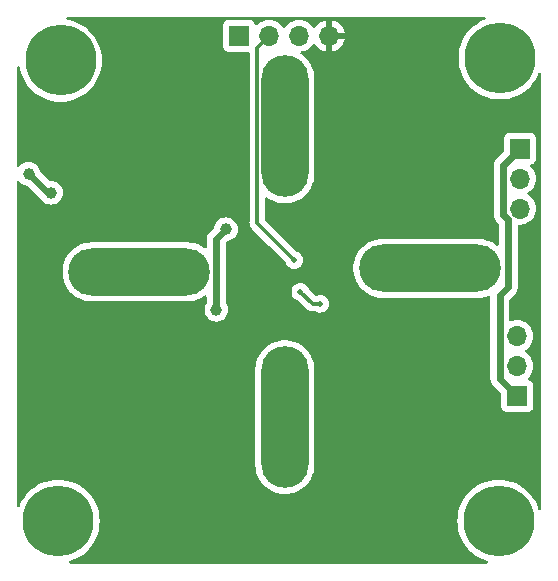
<source format=gbr>
%TF.GenerationSoftware,KiCad,Pcbnew,7.0.5*%
%TF.CreationDate,2024-01-14T19:57:34+08:00*%
%TF.ProjectId,encoder,656e636f-6465-4722-9e6b-696361645f70,rev?*%
%TF.SameCoordinates,Original*%
%TF.FileFunction,Copper,L2,Bot*%
%TF.FilePolarity,Positive*%
%FSLAX46Y46*%
G04 Gerber Fmt 4.6, Leading zero omitted, Abs format (unit mm)*
G04 Created by KiCad (PCBNEW 7.0.5) date 2024-01-14 19:57:34*
%MOMM*%
%LPD*%
G01*
G04 APERTURE LIST*
%TA.AperFunction,ComponentPad*%
%ADD10R,1.700000X1.700000*%
%TD*%
%TA.AperFunction,ComponentPad*%
%ADD11O,1.700000X1.700000*%
%TD*%
%TA.AperFunction,ComponentPad*%
%ADD12O,4.000000X12.000000*%
%TD*%
%TA.AperFunction,ComponentPad*%
%ADD13O,12.000000X4.000000*%
%TD*%
%TA.AperFunction,ComponentPad*%
%ADD14C,3.400000*%
%TD*%
%TA.AperFunction,ConnectorPad*%
%ADD15C,6.000000*%
%TD*%
%TA.AperFunction,ViaPad*%
%ADD16C,0.500000*%
%TD*%
%TA.AperFunction,ViaPad*%
%ADD17C,1.000000*%
%TD*%
%TA.AperFunction,Conductor*%
%ADD18C,0.600000*%
%TD*%
%TA.AperFunction,Conductor*%
%ADD19C,0.300000*%
%TD*%
G04 APERTURE END LIST*
D10*
%TO.P,J2,1,Pin_1*%
%TO.N,/C*%
X160700000Y-63260000D03*
D11*
%TO.P,J2,2,Pin_2*%
%TO.N,/B*%
X160700000Y-65800000D03*
%TO.P,J2,3,Pin_3*%
%TO.N,/A*%
X160700000Y-68340000D03*
%TD*%
D12*
%TO.P,H2,1*%
%TO.N,N/C*%
X140800000Y-86000000D03*
%TD*%
D13*
%TO.P,H4,1*%
%TO.N,N/C*%
X153100000Y-73400000D03*
%TD*%
D14*
%TO.P,H8,1*%
%TO.N,N/C*%
X159000000Y-55600000D03*
D15*
X159000000Y-55600000D03*
%TD*%
D12*
%TO.P,H3,1*%
%TO.N,N/C*%
X140800000Y-61375000D03*
%TD*%
D13*
%TO.P,H1,1*%
%TO.N,N/C*%
X128475000Y-73700000D03*
%TD*%
D14*
%TO.P,H5,1*%
%TO.N,N/C*%
X121800000Y-55800000D03*
D15*
X121800000Y-55800000D03*
%TD*%
D14*
%TO.P,H7,1*%
%TO.N,N/C*%
X158900000Y-94800000D03*
D15*
X158900000Y-94800000D03*
%TD*%
D10*
%TO.P,J1,1,Pin_1*%
%TO.N,/C*%
X160475000Y-84225000D03*
D11*
%TO.P,J1,2,Pin_2*%
%TO.N,/B*%
X160475000Y-81685000D03*
%TO.P,J1,3,Pin_3*%
%TO.N,/A*%
X160475000Y-79145000D03*
%TD*%
D14*
%TO.P,H6,1*%
%TO.N,N/C*%
X121600000Y-94800000D03*
D15*
X121600000Y-94800000D03*
%TD*%
D10*
%TO.P,J3,1,Pin_1*%
%TO.N,VDD*%
X136920000Y-53700000D03*
D11*
%TO.P,J3,2,Pin_2*%
%TO.N,/SDA*%
X139460000Y-53700000D03*
%TO.P,J3,3,Pin_3*%
%TO.N,/SCL*%
X142000000Y-53700000D03*
%TO.P,J3,4,Pin_4*%
%TO.N,GND*%
X144540000Y-53700000D03*
%TD*%
D16*
%TO.N,VDD*%
X143800000Y-76400000D03*
D17*
X135000000Y-76900000D03*
D16*
X142111689Y-75375747D03*
D17*
X135800000Y-70100000D03*
%TO.N,GND*%
X143699312Y-92599312D03*
X139800000Y-78600000D03*
X136700000Y-76800000D03*
X142200000Y-70200000D03*
%TO.N,/W*%
X121000000Y-67000000D03*
X119088390Y-65391655D03*
D16*
%TO.N,/SDA*%
X141600000Y-72700000D03*
%TD*%
D18*
%TO.N,VDD*%
X135000000Y-76900000D02*
X134975000Y-76875000D01*
D19*
X143800000Y-76400000D02*
X143135942Y-76400000D01*
X143135942Y-76400000D02*
X142111689Y-75375747D01*
D18*
X134975000Y-76875000D02*
X134975000Y-70925000D01*
X134975000Y-70925000D02*
X135800000Y-70100000D01*
%TO.N,/W*%
X120696735Y-67000000D02*
X119088390Y-65391655D01*
X121000000Y-67000000D02*
X120696735Y-67000000D01*
D19*
%TO.N,/SDA*%
X141600000Y-72700000D02*
X138450000Y-69550000D01*
X138450000Y-54710000D02*
X139460000Y-53700000D01*
X138450000Y-69550000D02*
X138450000Y-54710000D01*
D18*
%TO.N,/C*%
X159000000Y-82750000D02*
X159000000Y-75700000D01*
X159700000Y-75000000D02*
X159700000Y-69249189D01*
X160475000Y-84225000D02*
X159000000Y-82750000D01*
X159300000Y-68849189D02*
X159300000Y-64660000D01*
X159700000Y-69249189D02*
X159300000Y-68849189D01*
X159300000Y-64660000D02*
X160700000Y-63260000D01*
X159000000Y-75700000D02*
X159700000Y-75000000D01*
%TD*%
%TA.AperFunction,Conductor*%
%TO.N,GND*%
G36*
X139462285Y-52116719D02*
G01*
X139488518Y-52102931D01*
X139512950Y-52100500D01*
X141947050Y-52100500D01*
X142002285Y-52116719D01*
X142028518Y-52102931D01*
X142052950Y-52100500D01*
X157679570Y-52100500D01*
X157746609Y-52120185D01*
X157792364Y-52172989D01*
X157802308Y-52242147D01*
X157773283Y-52305703D01*
X157724008Y-52340264D01*
X157574260Y-52397746D01*
X157247343Y-52564320D01*
X156939635Y-52764147D01*
X156654498Y-52995047D01*
X156654490Y-52995054D01*
X156395054Y-53254490D01*
X156395047Y-53254498D01*
X156164147Y-53539635D01*
X155964320Y-53847343D01*
X155797746Y-54174260D01*
X155666260Y-54516793D01*
X155571294Y-54871209D01*
X155571294Y-54871211D01*
X155513898Y-55233594D01*
X155494696Y-55599999D01*
X155494696Y-55600000D01*
X155513898Y-55966405D01*
X155571104Y-56327590D01*
X155571295Y-56328794D01*
X155624883Y-56528788D01*
X155666260Y-56683206D01*
X155797746Y-57025739D01*
X155964320Y-57352656D01*
X156164147Y-57660364D01*
X156164149Y-57660366D01*
X156395051Y-57945506D01*
X156654494Y-58204949D01*
X156654498Y-58204952D01*
X156939635Y-58435852D01*
X157247343Y-58635679D01*
X157247348Y-58635682D01*
X157574264Y-58802255D01*
X157916801Y-58933742D01*
X158271206Y-59028705D01*
X158633596Y-59086102D01*
X158979734Y-59104241D01*
X158999999Y-59105304D01*
X159000000Y-59105304D01*
X159000001Y-59105304D01*
X159019202Y-59104297D01*
X159366404Y-59086102D01*
X159728794Y-59028705D01*
X160083199Y-58933742D01*
X160425736Y-58802255D01*
X160752652Y-58635682D01*
X161060366Y-58435851D01*
X161345506Y-58204949D01*
X161604949Y-57945506D01*
X161835851Y-57660366D01*
X162035682Y-57352652D01*
X162202255Y-57025736D01*
X162259736Y-56875991D01*
X162302138Y-56820459D01*
X162367832Y-56796666D01*
X162435960Y-56812167D01*
X162484893Y-56862041D01*
X162499500Y-56920429D01*
X162499500Y-93766750D01*
X162479815Y-93833789D01*
X162427011Y-93879544D01*
X162357853Y-93889488D01*
X162294297Y-93860463D01*
X162256523Y-93801685D01*
X162255725Y-93798844D01*
X162233742Y-93716801D01*
X162102255Y-93374264D01*
X161935682Y-93047348D01*
X161735851Y-92739634D01*
X161504949Y-92454494D01*
X161245506Y-92195051D01*
X160960366Y-91964149D01*
X160960364Y-91964147D01*
X160652656Y-91764320D01*
X160325739Y-91597746D01*
X159983206Y-91466260D01*
X159983199Y-91466258D01*
X159628794Y-91371295D01*
X159628790Y-91371294D01*
X159628789Y-91371294D01*
X159266405Y-91313898D01*
X158900001Y-91294696D01*
X158899999Y-91294696D01*
X158533594Y-91313898D01*
X158171211Y-91371294D01*
X158171209Y-91371294D01*
X157816793Y-91466260D01*
X157474260Y-91597746D01*
X157147343Y-91764320D01*
X156839635Y-91964147D01*
X156554498Y-92195047D01*
X156554490Y-92195054D01*
X156295054Y-92454490D01*
X156295047Y-92454498D01*
X156064147Y-92739635D01*
X155864320Y-93047343D01*
X155697746Y-93374260D01*
X155566260Y-93716793D01*
X155471294Y-94071209D01*
X155471294Y-94071211D01*
X155413898Y-94433594D01*
X155394696Y-94799999D01*
X155394696Y-94800000D01*
X155413898Y-95166405D01*
X155471294Y-95528788D01*
X155471294Y-95528790D01*
X155566260Y-95883206D01*
X155697746Y-96225739D01*
X155864320Y-96552656D01*
X156064147Y-96860364D01*
X156268736Y-97113010D01*
X156295051Y-97145506D01*
X156554494Y-97404949D01*
X156702233Y-97524586D01*
X156839635Y-97635852D01*
X157147343Y-97835679D01*
X157147348Y-97835682D01*
X157474264Y-98002255D01*
X157816801Y-98133742D01*
X157898847Y-98155726D01*
X157958505Y-98192090D01*
X157989034Y-98254937D01*
X157980739Y-98324313D01*
X157936254Y-98378191D01*
X157869702Y-98399465D01*
X157866751Y-98399500D01*
X122633249Y-98399500D01*
X122566210Y-98379815D01*
X122520455Y-98327011D01*
X122510511Y-98257853D01*
X122539536Y-98194297D01*
X122598314Y-98156523D01*
X122601098Y-98155740D01*
X122683199Y-98133742D01*
X123025736Y-98002255D01*
X123352652Y-97835682D01*
X123660366Y-97635851D01*
X123945506Y-97404949D01*
X124204949Y-97145506D01*
X124435851Y-96860366D01*
X124635682Y-96552652D01*
X124802255Y-96225736D01*
X124933742Y-95883199D01*
X125028705Y-95528794D01*
X125086102Y-95166404D01*
X125105304Y-94800000D01*
X125086102Y-94433596D01*
X125028705Y-94071206D01*
X124933742Y-93716801D01*
X124802255Y-93374264D01*
X124635682Y-93047348D01*
X124435851Y-92739634D01*
X124204949Y-92454494D01*
X123945506Y-92195051D01*
X123660366Y-91964149D01*
X123660364Y-91964147D01*
X123352656Y-91764320D01*
X123025739Y-91597746D01*
X122683206Y-91466260D01*
X122683199Y-91466258D01*
X122328794Y-91371295D01*
X122328790Y-91371294D01*
X122328789Y-91371294D01*
X121966405Y-91313898D01*
X121600001Y-91294696D01*
X121599999Y-91294696D01*
X121233594Y-91313898D01*
X120871211Y-91371294D01*
X120871209Y-91371294D01*
X120516793Y-91466260D01*
X120174260Y-91597746D01*
X119847343Y-91764320D01*
X119539635Y-91964147D01*
X119254498Y-92195047D01*
X119254490Y-92195054D01*
X118995054Y-92454490D01*
X118995047Y-92454498D01*
X118764147Y-92739635D01*
X118564320Y-93047343D01*
X118397746Y-93374260D01*
X118340264Y-93524008D01*
X118297862Y-93579540D01*
X118232168Y-93603333D01*
X118164040Y-93587831D01*
X118115107Y-93537958D01*
X118100500Y-93479570D01*
X118100500Y-90078594D01*
X138299500Y-90078594D01*
X138314310Y-90314004D01*
X138314311Y-90314011D01*
X138373270Y-90623083D01*
X138470497Y-90922316D01*
X138470499Y-90922321D01*
X138604461Y-91207003D01*
X138604464Y-91207009D01*
X138773051Y-91472661D01*
X138773054Y-91472665D01*
X138973606Y-91715090D01*
X138973608Y-91715092D01*
X139202968Y-91930476D01*
X139202978Y-91930484D01*
X139457504Y-92115408D01*
X139457509Y-92115410D01*
X139457516Y-92115416D01*
X139733234Y-92266994D01*
X139733239Y-92266996D01*
X139733241Y-92266997D01*
X139733242Y-92266998D01*
X140025771Y-92382818D01*
X140025774Y-92382819D01*
X140304915Y-92454490D01*
X140330527Y-92461066D01*
X140396010Y-92469338D01*
X140642670Y-92500499D01*
X140642679Y-92500499D01*
X140642682Y-92500500D01*
X140642684Y-92500500D01*
X140957316Y-92500500D01*
X140957318Y-92500500D01*
X140957321Y-92500499D01*
X140957329Y-92500499D01*
X141143593Y-92476968D01*
X141269473Y-92461066D01*
X141574225Y-92382819D01*
X141574228Y-92382818D01*
X141866757Y-92266998D01*
X141866758Y-92266997D01*
X141866756Y-92266997D01*
X141866766Y-92266994D01*
X142142484Y-92115416D01*
X142397030Y-91930478D01*
X142626390Y-91715094D01*
X142826947Y-91472663D01*
X142995537Y-91207007D01*
X143129503Y-90922315D01*
X143226731Y-90623079D01*
X143285688Y-90314015D01*
X143285689Y-90314004D01*
X143300500Y-90078594D01*
X143300500Y-81921405D01*
X143285689Y-81685995D01*
X143285688Y-81685988D01*
X143285688Y-81685985D01*
X143226731Y-81376921D01*
X143129503Y-81077685D01*
X142995537Y-80792993D01*
X142826947Y-80527337D01*
X142813403Y-80510965D01*
X142626393Y-80284909D01*
X142626391Y-80284907D01*
X142397031Y-80069523D01*
X142397021Y-80069515D01*
X142142495Y-79884591D01*
X142142488Y-79884586D01*
X142142484Y-79884584D01*
X141866766Y-79733006D01*
X141866763Y-79733004D01*
X141866758Y-79733002D01*
X141866757Y-79733001D01*
X141574228Y-79617181D01*
X141574225Y-79617180D01*
X141269476Y-79538934D01*
X141269463Y-79538932D01*
X140957329Y-79499500D01*
X140957318Y-79499500D01*
X140642682Y-79499500D01*
X140642670Y-79499500D01*
X140330536Y-79538932D01*
X140330523Y-79538934D01*
X140025774Y-79617180D01*
X140025771Y-79617181D01*
X139733242Y-79733001D01*
X139733241Y-79733002D01*
X139457516Y-79884584D01*
X139457504Y-79884591D01*
X139202978Y-80069515D01*
X139202968Y-80069523D01*
X138973608Y-80284907D01*
X138973606Y-80284909D01*
X138773054Y-80527334D01*
X138773051Y-80527338D01*
X138604464Y-80792990D01*
X138604461Y-80792996D01*
X138470499Y-81077678D01*
X138470497Y-81077683D01*
X138373270Y-81376916D01*
X138314311Y-81685988D01*
X138314310Y-81685995D01*
X138299500Y-81921405D01*
X138299500Y-90078594D01*
X118100500Y-90078594D01*
X118100500Y-73857329D01*
X121974500Y-73857329D01*
X122013932Y-74169463D01*
X122013934Y-74169476D01*
X122092180Y-74474225D01*
X122092181Y-74474228D01*
X122208001Y-74766757D01*
X122208002Y-74766758D01*
X122208004Y-74766763D01*
X122208006Y-74766766D01*
X122359584Y-75042484D01*
X122359586Y-75042488D01*
X122359591Y-75042495D01*
X122544515Y-75297021D01*
X122544522Y-75297030D01*
X122701276Y-75463955D01*
X122759907Y-75526391D01*
X122759909Y-75526393D01*
X123002334Y-75726945D01*
X123002338Y-75726948D01*
X123121867Y-75802803D01*
X123267993Y-75895537D01*
X123339350Y-75929115D01*
X123552678Y-76029500D01*
X123552682Y-76029501D01*
X123552685Y-76029503D01*
X123851921Y-76126731D01*
X124160985Y-76185688D01*
X124160990Y-76185688D01*
X124160995Y-76185689D01*
X124396406Y-76200500D01*
X124396417Y-76200500D01*
X132553594Y-76200500D01*
X132789004Y-76185689D01*
X132789007Y-76185688D01*
X132789015Y-76185688D01*
X133098079Y-76126731D01*
X133397315Y-76029503D01*
X133682007Y-75895537D01*
X133947663Y-75726947D01*
X133971461Y-75707259D01*
X134035659Y-75679694D01*
X134104573Y-75691214D01*
X134156318Y-75738162D01*
X134174500Y-75802803D01*
X134174500Y-76290925D01*
X134159858Y-76349378D01*
X134071188Y-76515267D01*
X134013975Y-76703870D01*
X133994659Y-76900000D01*
X134013975Y-77096129D01*
X134071188Y-77284733D01*
X134164086Y-77458532D01*
X134164090Y-77458539D01*
X134289116Y-77610883D01*
X134441460Y-77735909D01*
X134441467Y-77735913D01*
X134615266Y-77828811D01*
X134615269Y-77828811D01*
X134615273Y-77828814D01*
X134803868Y-77886024D01*
X135000000Y-77905341D01*
X135196132Y-77886024D01*
X135384727Y-77828814D01*
X135420042Y-77809938D01*
X135558532Y-77735913D01*
X135558538Y-77735910D01*
X135710883Y-77610883D01*
X135835910Y-77458538D01*
X135928814Y-77284727D01*
X135986024Y-77096132D01*
X136005341Y-76900000D01*
X135986024Y-76703868D01*
X135928814Y-76515273D01*
X135928811Y-76515267D01*
X135928811Y-76515266D01*
X135835913Y-76341467D01*
X135835909Y-76341460D01*
X135803647Y-76302149D01*
X135776334Y-76237839D01*
X135775500Y-76223484D01*
X135775500Y-75375749D01*
X141356440Y-75375749D01*
X141375374Y-75543803D01*
X141431234Y-75703441D01*
X141431236Y-75703444D01*
X141521207Y-75846631D01*
X141521212Y-75846637D01*
X141640798Y-75966223D01*
X141640804Y-75966228D01*
X141783991Y-76056199D01*
X141783996Y-76056202D01*
X141783999Y-76056203D01*
X141892960Y-76094329D01*
X141939686Y-76123690D01*
X142615506Y-76799510D01*
X142625577Y-76812080D01*
X142625764Y-76811926D01*
X142630737Y-76817937D01*
X142682484Y-76866531D01*
X142683851Y-76867855D01*
X142704907Y-76888911D01*
X142704910Y-76888913D01*
X142710699Y-76893405D01*
X142715139Y-76897197D01*
X142744440Y-76924711D01*
X142750549Y-76930448D01*
X142750551Y-76930449D01*
X142769147Y-76940672D01*
X142785412Y-76951357D01*
X142802174Y-76964360D01*
X142802177Y-76964361D01*
X142802178Y-76964362D01*
X142846765Y-76983656D01*
X142852001Y-76986221D01*
X142894574Y-77009627D01*
X142910282Y-77013659D01*
X142915128Y-77014904D01*
X142933540Y-77021207D01*
X142953015Y-77029635D01*
X142991975Y-77035805D01*
X143000988Y-77037233D01*
X143006698Y-77038415D01*
X143053765Y-77050500D01*
X143074992Y-77050500D01*
X143094389Y-77052026D01*
X143115346Y-77055346D01*
X143163703Y-77050774D01*
X143169540Y-77050500D01*
X143388912Y-77050500D01*
X143454883Y-77069506D01*
X143472310Y-77080456D01*
X143631941Y-77136313D01*
X143673955Y-77141047D01*
X143799997Y-77155249D01*
X143800000Y-77155249D01*
X143800003Y-77155249D01*
X143968056Y-77136314D01*
X143968059Y-77136313D01*
X144127690Y-77080456D01*
X144127692Y-77080454D01*
X144127694Y-77080454D01*
X144127697Y-77080452D01*
X144270884Y-76990481D01*
X144270885Y-76990480D01*
X144270890Y-76990477D01*
X144390477Y-76870890D01*
X144429245Y-76809192D01*
X144480452Y-76727697D01*
X144480454Y-76727694D01*
X144480454Y-76727692D01*
X144480456Y-76727690D01*
X144536313Y-76568059D01*
X144536313Y-76568058D01*
X144536314Y-76568056D01*
X144555249Y-76400002D01*
X144555249Y-76399997D01*
X144536314Y-76231943D01*
X144499498Y-76126729D01*
X144480456Y-76072310D01*
X144480455Y-76072309D01*
X144480454Y-76072305D01*
X144480452Y-76072302D01*
X144390481Y-75929115D01*
X144390476Y-75929109D01*
X144270890Y-75809523D01*
X144270884Y-75809518D01*
X144127697Y-75719547D01*
X144127694Y-75719545D01*
X143968056Y-75663685D01*
X143800003Y-75644751D01*
X143799997Y-75644751D01*
X143631942Y-75663686D01*
X143474084Y-75718922D01*
X143404305Y-75722483D01*
X143345449Y-75689561D01*
X142859632Y-75203744D01*
X142830271Y-75157017D01*
X142806889Y-75090195D01*
X142792145Y-75048057D01*
X142792144Y-75048054D01*
X142792141Y-75048049D01*
X142702170Y-74904862D01*
X142702165Y-74904856D01*
X142582579Y-74785270D01*
X142582573Y-74785265D01*
X142439386Y-74695294D01*
X142439383Y-74695292D01*
X142279745Y-74639432D01*
X142111692Y-74620498D01*
X142111686Y-74620498D01*
X141943632Y-74639432D01*
X141783994Y-74695292D01*
X141783991Y-74695294D01*
X141640804Y-74785265D01*
X141640798Y-74785270D01*
X141521212Y-74904856D01*
X141521207Y-74904862D01*
X141431236Y-75048049D01*
X141431234Y-75048052D01*
X141375374Y-75207690D01*
X141356440Y-75375744D01*
X141356440Y-75375749D01*
X135775500Y-75375749D01*
X135775500Y-73557329D01*
X146599500Y-73557329D01*
X146638932Y-73869463D01*
X146638934Y-73869476D01*
X146717180Y-74174225D01*
X146717181Y-74174228D01*
X146833001Y-74466757D01*
X146833002Y-74466758D01*
X146833004Y-74466763D01*
X146833006Y-74466766D01*
X146984584Y-74742484D01*
X146984586Y-74742488D01*
X146984591Y-74742495D01*
X147102558Y-74904862D01*
X147169522Y-74997030D01*
X147367346Y-75207690D01*
X147384907Y-75226391D01*
X147384909Y-75226393D01*
X147627334Y-75426945D01*
X147627338Y-75426948D01*
X147746021Y-75502266D01*
X147892993Y-75595537D01*
X147997578Y-75644751D01*
X148177678Y-75729500D01*
X148177682Y-75729501D01*
X148177685Y-75729503D01*
X148476921Y-75826731D01*
X148785985Y-75885688D01*
X148785990Y-75885688D01*
X148785995Y-75885689D01*
X149021406Y-75900500D01*
X149021417Y-75900500D01*
X157178594Y-75900500D01*
X157414004Y-75885689D01*
X157414007Y-75885688D01*
X157414015Y-75885688D01*
X157723079Y-75826731D01*
X158022315Y-75729503D01*
X158022697Y-75729323D01*
X158022817Y-75729304D01*
X158025943Y-75728067D01*
X158026223Y-75728774D01*
X158091738Y-75718587D01*
X158155623Y-75746881D01*
X158194069Y-75805222D01*
X158199500Y-75841519D01*
X158199500Y-82840191D01*
X158199501Y-82840200D01*
X158208791Y-82880908D01*
X158209955Y-82887763D01*
X158214632Y-82929259D01*
X158228420Y-82968662D01*
X158230345Y-82975345D01*
X158239639Y-83016061D01*
X158257759Y-83053688D01*
X158260421Y-83060114D01*
X158274212Y-83099525D01*
X158296422Y-83134872D01*
X158299787Y-83140959D01*
X158317910Y-83178589D01*
X158343940Y-83211229D01*
X158347966Y-83216904D01*
X158370182Y-83252259D01*
X158370184Y-83252262D01*
X159088181Y-83970259D01*
X159121666Y-84031582D01*
X159124500Y-84057940D01*
X159124500Y-85122870D01*
X159124501Y-85122876D01*
X159130908Y-85182483D01*
X159181202Y-85317328D01*
X159181206Y-85317335D01*
X159267452Y-85432544D01*
X159267455Y-85432547D01*
X159382664Y-85518793D01*
X159382671Y-85518797D01*
X159517517Y-85569091D01*
X159517516Y-85569091D01*
X159524444Y-85569835D01*
X159577127Y-85575500D01*
X161372872Y-85575499D01*
X161432483Y-85569091D01*
X161567331Y-85518796D01*
X161682546Y-85432546D01*
X161768796Y-85317331D01*
X161819091Y-85182483D01*
X161825500Y-85122873D01*
X161825499Y-83327128D01*
X161819091Y-83267517D01*
X161813401Y-83252262D01*
X161768797Y-83132671D01*
X161768793Y-83132664D01*
X161682547Y-83017455D01*
X161682544Y-83017452D01*
X161567335Y-82931206D01*
X161567328Y-82931202D01*
X161435917Y-82882189D01*
X161379983Y-82840318D01*
X161355566Y-82774853D01*
X161370418Y-82706580D01*
X161391563Y-82678332D01*
X161513495Y-82556401D01*
X161649035Y-82362830D01*
X161748903Y-82148663D01*
X161810063Y-81920408D01*
X161830659Y-81685000D01*
X161810063Y-81449592D01*
X161748903Y-81221337D01*
X161649035Y-81007171D01*
X161513495Y-80813599D01*
X161513494Y-80813597D01*
X161346402Y-80646506D01*
X161346396Y-80646501D01*
X161160842Y-80516575D01*
X161117217Y-80461998D01*
X161110023Y-80392500D01*
X161141546Y-80330145D01*
X161160842Y-80313425D01*
X161201571Y-80284906D01*
X161346401Y-80183495D01*
X161513495Y-80016401D01*
X161649035Y-79822830D01*
X161748903Y-79608663D01*
X161810063Y-79380408D01*
X161830659Y-79145000D01*
X161810063Y-78909592D01*
X161748903Y-78681337D01*
X161649035Y-78467171D01*
X161513495Y-78273599D01*
X161513494Y-78273597D01*
X161346402Y-78106506D01*
X161346395Y-78106501D01*
X161152834Y-77970967D01*
X161152830Y-77970965D01*
X161012099Y-77905341D01*
X160938663Y-77871097D01*
X160938659Y-77871096D01*
X160938655Y-77871094D01*
X160710413Y-77809938D01*
X160710403Y-77809936D01*
X160475001Y-77789341D01*
X160474999Y-77789341D01*
X160239596Y-77809936D01*
X160239586Y-77809938D01*
X160011344Y-77871094D01*
X160011330Y-77871099D01*
X159976904Y-77887153D01*
X159907827Y-77897645D01*
X159844043Y-77869125D01*
X159805804Y-77810648D01*
X159800500Y-77774771D01*
X159800500Y-76082939D01*
X159820185Y-76015900D01*
X159836819Y-75995258D01*
X160082578Y-75749500D01*
X160297826Y-75534252D01*
X160297825Y-75534251D01*
X160329812Y-75502266D01*
X160329812Y-75502265D01*
X160329816Y-75502262D01*
X160352037Y-75466895D01*
X160356052Y-75461236D01*
X160382091Y-75428587D01*
X160400215Y-75390949D01*
X160403564Y-75384891D01*
X160425789Y-75349522D01*
X160439581Y-75310103D01*
X160442242Y-75303681D01*
X160445638Y-75296627D01*
X160460359Y-75266061D01*
X160469652Y-75225342D01*
X160471574Y-75218675D01*
X160485368Y-75179255D01*
X160490044Y-75137747D01*
X160491204Y-75130919D01*
X160500500Y-75090195D01*
X160500500Y-74909806D01*
X160500500Y-69813526D01*
X160520185Y-69746487D01*
X160572989Y-69700732D01*
X160635306Y-69689998D01*
X160700000Y-69695659D01*
X160935408Y-69675063D01*
X161163663Y-69613903D01*
X161377830Y-69514035D01*
X161571401Y-69378495D01*
X161738495Y-69211401D01*
X161874035Y-69017830D01*
X161973903Y-68803663D01*
X162035063Y-68575408D01*
X162055659Y-68340000D01*
X162035063Y-68104592D01*
X161973903Y-67876337D01*
X161874035Y-67662171D01*
X161868234Y-67653885D01*
X161738494Y-67468597D01*
X161571402Y-67301506D01*
X161571401Y-67301505D01*
X161420909Y-67196129D01*
X161385841Y-67171574D01*
X161342216Y-67116997D01*
X161335024Y-67047498D01*
X161366546Y-66985144D01*
X161385836Y-66968428D01*
X161571401Y-66838495D01*
X161738495Y-66671401D01*
X161874035Y-66477830D01*
X161973903Y-66263663D01*
X162035063Y-66035408D01*
X162055659Y-65800000D01*
X162035063Y-65564592D01*
X161973903Y-65336337D01*
X161874035Y-65122171D01*
X161793341Y-65006928D01*
X161738496Y-64928600D01*
X161738495Y-64928599D01*
X161616567Y-64806671D01*
X161583084Y-64745351D01*
X161588068Y-64675659D01*
X161629939Y-64619725D01*
X161660915Y-64602810D01*
X161792331Y-64553796D01*
X161907546Y-64467546D01*
X161993796Y-64352331D01*
X162044091Y-64217483D01*
X162050500Y-64157873D01*
X162050499Y-62362128D01*
X162044091Y-62302517D01*
X161993796Y-62167669D01*
X161993795Y-62167668D01*
X161993793Y-62167664D01*
X161907547Y-62052455D01*
X161907544Y-62052452D01*
X161792335Y-61966206D01*
X161792328Y-61966202D01*
X161657482Y-61915908D01*
X161657483Y-61915908D01*
X161597883Y-61909501D01*
X161597881Y-61909500D01*
X161597873Y-61909500D01*
X161597864Y-61909500D01*
X159802129Y-61909500D01*
X159802123Y-61909501D01*
X159742516Y-61915908D01*
X159607671Y-61966202D01*
X159607664Y-61966206D01*
X159492455Y-62052452D01*
X159492452Y-62052455D01*
X159406206Y-62167664D01*
X159406202Y-62167671D01*
X159355908Y-62302517D01*
X159349501Y-62362116D01*
X159349501Y-62362123D01*
X159349500Y-62362135D01*
X159349500Y-63427059D01*
X159329815Y-63494098D01*
X159313181Y-63514740D01*
X158780296Y-64047624D01*
X158780297Y-64047625D01*
X158670183Y-64157739D01*
X158647966Y-64193096D01*
X158643941Y-64198769D01*
X158617910Y-64231410D01*
X158599791Y-64269033D01*
X158596427Y-64275120D01*
X158574212Y-64310476D01*
X158574208Y-64310483D01*
X158560416Y-64349895D01*
X158557755Y-64356320D01*
X158539639Y-64393939D01*
X158530344Y-64434659D01*
X158528419Y-64441341D01*
X158514632Y-64480744D01*
X158509955Y-64522235D01*
X158508791Y-64529089D01*
X158499500Y-64569806D01*
X158499500Y-68939380D01*
X158499501Y-68939389D01*
X158508791Y-68980097D01*
X158509955Y-68986952D01*
X158514632Y-69028448D01*
X158528420Y-69067851D01*
X158530345Y-69074534D01*
X158539639Y-69115250D01*
X158557759Y-69152877D01*
X158560421Y-69159303D01*
X158574212Y-69198714D01*
X158596422Y-69234061D01*
X158599787Y-69240148D01*
X158617910Y-69277778D01*
X158643940Y-69310418D01*
X158647966Y-69316093D01*
X158670182Y-69351448D01*
X158670184Y-69351451D01*
X158863181Y-69544448D01*
X158896666Y-69605771D01*
X158899500Y-69632129D01*
X158899500Y-71379922D01*
X158879815Y-71446961D01*
X158827011Y-71492716D01*
X158757853Y-71502660D01*
X158696460Y-71475466D01*
X158572664Y-71373053D01*
X158572661Y-71373051D01*
X158307009Y-71204464D01*
X158307003Y-71204461D01*
X158022321Y-71070499D01*
X158022316Y-71070497D01*
X157723083Y-70973270D01*
X157723080Y-70973269D01*
X157723079Y-70973269D01*
X157527231Y-70935909D01*
X157414011Y-70914311D01*
X157414004Y-70914310D01*
X157178594Y-70899500D01*
X157178583Y-70899500D01*
X149021417Y-70899500D01*
X149021406Y-70899500D01*
X148785995Y-70914310D01*
X148785988Y-70914311D01*
X148476916Y-70973270D01*
X148177683Y-71070497D01*
X148177678Y-71070499D01*
X147892996Y-71204461D01*
X147892990Y-71204464D01*
X147627338Y-71373051D01*
X147627334Y-71373054D01*
X147384909Y-71573606D01*
X147384907Y-71573608D01*
X147169523Y-71802968D01*
X147169515Y-71802978D01*
X146984591Y-72057504D01*
X146984584Y-72057516D01*
X146833002Y-72333241D01*
X146833001Y-72333242D01*
X146717181Y-72625771D01*
X146717180Y-72625774D01*
X146638934Y-72930523D01*
X146638932Y-72930536D01*
X146599500Y-73242670D01*
X146599500Y-73557329D01*
X135775500Y-73557329D01*
X135775500Y-71307940D01*
X135795185Y-71240901D01*
X135811814Y-71220263D01*
X135909210Y-71122866D01*
X135970531Y-71089383D01*
X135984737Y-71087146D01*
X135996132Y-71086024D01*
X136184727Y-71028814D01*
X136358538Y-70935910D01*
X136510883Y-70810883D01*
X136635910Y-70658538D01*
X136728814Y-70484727D01*
X136786024Y-70296132D01*
X136805341Y-70100000D01*
X136786024Y-69903868D01*
X136728814Y-69715273D01*
X136728811Y-69715269D01*
X136728811Y-69715266D01*
X136635913Y-69541467D01*
X136635909Y-69541460D01*
X136510883Y-69389116D01*
X136358539Y-69264090D01*
X136358532Y-69264086D01*
X136184733Y-69171188D01*
X136184727Y-69171186D01*
X135996132Y-69113976D01*
X135996129Y-69113975D01*
X135800000Y-69094659D01*
X135603870Y-69113975D01*
X135415266Y-69171188D01*
X135241467Y-69264086D01*
X135241460Y-69264090D01*
X135089116Y-69389116D01*
X134964090Y-69541460D01*
X134964086Y-69541467D01*
X134871186Y-69715271D01*
X134813976Y-69903864D01*
X134812853Y-69915266D01*
X134786690Y-69980052D01*
X134777131Y-69990789D01*
X134414159Y-70353760D01*
X134414151Y-70353771D01*
X134345183Y-70422739D01*
X134322966Y-70458096D01*
X134318941Y-70463769D01*
X134292910Y-70496410D01*
X134274791Y-70534033D01*
X134271427Y-70540120D01*
X134249212Y-70575476D01*
X134249208Y-70575483D01*
X134235416Y-70614895D01*
X134232755Y-70621320D01*
X134214639Y-70658939D01*
X134205344Y-70699659D01*
X134203419Y-70706341D01*
X134189632Y-70745744D01*
X134184955Y-70787235D01*
X134183791Y-70794089D01*
X134174500Y-70834806D01*
X134174500Y-71597195D01*
X134154815Y-71664234D01*
X134102011Y-71709989D01*
X134032853Y-71719933D01*
X133971460Y-71692739D01*
X133947664Y-71673053D01*
X133947661Y-71673051D01*
X133682009Y-71504464D01*
X133682003Y-71504461D01*
X133397321Y-71370499D01*
X133397316Y-71370497D01*
X133098083Y-71273270D01*
X133098080Y-71273269D01*
X133098079Y-71273269D01*
X132928400Y-71240901D01*
X132789011Y-71214311D01*
X132789004Y-71214310D01*
X132553594Y-71199500D01*
X132553583Y-71199500D01*
X124396417Y-71199500D01*
X124396406Y-71199500D01*
X124160995Y-71214310D01*
X124160988Y-71214311D01*
X123851916Y-71273270D01*
X123552683Y-71370497D01*
X123552678Y-71370499D01*
X123267996Y-71504461D01*
X123267990Y-71504464D01*
X123002338Y-71673051D01*
X123002334Y-71673054D01*
X122759909Y-71873606D01*
X122759907Y-71873608D01*
X122544523Y-72102968D01*
X122544515Y-72102978D01*
X122359591Y-72357504D01*
X122359584Y-72357516D01*
X122208002Y-72633241D01*
X122208001Y-72633242D01*
X122092181Y-72925771D01*
X122092180Y-72925774D01*
X122013934Y-73230523D01*
X122013932Y-73230536D01*
X121974500Y-73542670D01*
X121974500Y-73857329D01*
X118100500Y-73857329D01*
X118100500Y-66111561D01*
X118120185Y-66044522D01*
X118172989Y-65998767D01*
X118242147Y-65988823D01*
X118305703Y-66017848D01*
X118320353Y-66032896D01*
X118377506Y-66102538D01*
X118529850Y-66227564D01*
X118529857Y-66227568D01*
X118703656Y-66320466D01*
X118703659Y-66320466D01*
X118703663Y-66320469D01*
X118892258Y-66377679D01*
X118903651Y-66378801D01*
X118968438Y-66404960D01*
X118979180Y-66414523D01*
X120194475Y-67629818D01*
X120207525Y-67638017D01*
X120229839Y-67652038D01*
X120235489Y-67656046D01*
X120250213Y-67667788D01*
X120268751Y-67686067D01*
X120289117Y-67710883D01*
X120289118Y-67710884D01*
X120441460Y-67835909D01*
X120441467Y-67835913D01*
X120615266Y-67928811D01*
X120615269Y-67928811D01*
X120615273Y-67928814D01*
X120803868Y-67986024D01*
X121000000Y-68005341D01*
X121196132Y-67986024D01*
X121384727Y-67928814D01*
X121558538Y-67835910D01*
X121710883Y-67710883D01*
X121835910Y-67558538D01*
X121928814Y-67384727D01*
X121986024Y-67196132D01*
X122005341Y-67000000D01*
X121986024Y-66803868D01*
X121928814Y-66615273D01*
X121928811Y-66615269D01*
X121928811Y-66615266D01*
X121835913Y-66441467D01*
X121835909Y-66441460D01*
X121710883Y-66289116D01*
X121558539Y-66164090D01*
X121558532Y-66164086D01*
X121384733Y-66071188D01*
X121384727Y-66071186D01*
X121196132Y-66013976D01*
X121196129Y-66013975D01*
X121000000Y-65994659D01*
X120999999Y-65994659D01*
X120897661Y-66004737D01*
X120829016Y-65991717D01*
X120797828Y-65969015D01*
X120111258Y-65282445D01*
X120077773Y-65221122D01*
X120075536Y-65206916D01*
X120074414Y-65195526D01*
X120074414Y-65195523D01*
X120017204Y-65006928D01*
X120017201Y-65006924D01*
X120017201Y-65006921D01*
X119924303Y-64833122D01*
X119924299Y-64833115D01*
X119799273Y-64680771D01*
X119646929Y-64555745D01*
X119646922Y-64555741D01*
X119473123Y-64462843D01*
X119473117Y-64462841D01*
X119284522Y-64405631D01*
X119284519Y-64405630D01*
X119088390Y-64386314D01*
X118892260Y-64405630D01*
X118703656Y-64462843D01*
X118529857Y-64555741D01*
X118529850Y-64555745D01*
X118377505Y-64680772D01*
X118320351Y-64750414D01*
X118262605Y-64789748D01*
X118192760Y-64791617D01*
X118132993Y-64755429D01*
X118102277Y-64692673D01*
X118100500Y-64671759D01*
X118100500Y-56394629D01*
X118120185Y-56327590D01*
X118172989Y-56281835D01*
X118242147Y-56271891D01*
X118305703Y-56300916D01*
X118343477Y-56359694D01*
X118346973Y-56375231D01*
X118359240Y-56452685D01*
X118371295Y-56528794D01*
X118443071Y-56796666D01*
X118466260Y-56883206D01*
X118597746Y-57225739D01*
X118764320Y-57552656D01*
X118964147Y-57860364D01*
X118964149Y-57860366D01*
X119195051Y-58145506D01*
X119454494Y-58404949D01*
X119454498Y-58404952D01*
X119739635Y-58635852D01*
X120047343Y-58835679D01*
X120047348Y-58835682D01*
X120374264Y-59002255D01*
X120716801Y-59133742D01*
X121071206Y-59228705D01*
X121433596Y-59286102D01*
X121779734Y-59304241D01*
X121799999Y-59305304D01*
X121800000Y-59305304D01*
X121800001Y-59305304D01*
X121819203Y-59304297D01*
X122166404Y-59286102D01*
X122528794Y-59228705D01*
X122883199Y-59133742D01*
X123225736Y-59002255D01*
X123552652Y-58835682D01*
X123860366Y-58635851D01*
X124145506Y-58404949D01*
X124404949Y-58145506D01*
X124635851Y-57860366D01*
X124835682Y-57552652D01*
X125002255Y-57225736D01*
X125133742Y-56883199D01*
X125228705Y-56528794D01*
X125286102Y-56166404D01*
X125305304Y-55800000D01*
X125286102Y-55433596D01*
X125228705Y-55071206D01*
X125133742Y-54716801D01*
X125088089Y-54597870D01*
X135569500Y-54597870D01*
X135569501Y-54597876D01*
X135575908Y-54657483D01*
X135626202Y-54792328D01*
X135626206Y-54792335D01*
X135712452Y-54907544D01*
X135712455Y-54907547D01*
X135827664Y-54993793D01*
X135827671Y-54993797D01*
X135962517Y-55044091D01*
X135962516Y-55044091D01*
X135969444Y-55044835D01*
X136022127Y-55050500D01*
X137675500Y-55050499D01*
X137742539Y-55070184D01*
X137788294Y-55122987D01*
X137799500Y-55174499D01*
X137799500Y-69464494D01*
X137797732Y-69480505D01*
X137797974Y-69480528D01*
X137797239Y-69488294D01*
X137799469Y-69559235D01*
X137799500Y-69561183D01*
X137799500Y-69590920D01*
X137799501Y-69590940D01*
X137800418Y-69598206D01*
X137800876Y-69604024D01*
X137802402Y-69652567D01*
X137802403Y-69652570D01*
X137808323Y-69672948D01*
X137812268Y-69691996D01*
X137814928Y-69713054D01*
X137814931Y-69713064D01*
X137832813Y-69758230D01*
X137834705Y-69763758D01*
X137848254Y-69810395D01*
X137848255Y-69810397D01*
X137859060Y-69828666D01*
X137867617Y-69846134D01*
X137873226Y-69860300D01*
X137875432Y-69865872D01*
X137903983Y-69905170D01*
X137907188Y-69910049D01*
X137931919Y-69951865D01*
X137931923Y-69951869D01*
X137946925Y-69966871D01*
X137959563Y-69981669D01*
X137972033Y-69998833D01*
X137972036Y-69998836D01*
X137972037Y-69998837D01*
X138009476Y-70029809D01*
X138013776Y-70033722D01*
X139455520Y-71475466D01*
X140852056Y-72872002D01*
X140881416Y-72918728D01*
X140919543Y-73027688D01*
X140919548Y-73027699D01*
X141009518Y-73170884D01*
X141009523Y-73170890D01*
X141129109Y-73290476D01*
X141129115Y-73290481D01*
X141272302Y-73380452D01*
X141272305Y-73380454D01*
X141272309Y-73380455D01*
X141272310Y-73380456D01*
X141344913Y-73405860D01*
X141431943Y-73436314D01*
X141599997Y-73455249D01*
X141600000Y-73455249D01*
X141600003Y-73455249D01*
X141768056Y-73436314D01*
X141768059Y-73436313D01*
X141927690Y-73380456D01*
X141927692Y-73380454D01*
X141927694Y-73380454D01*
X141927697Y-73380452D01*
X142070884Y-73290481D01*
X142070885Y-73290480D01*
X142070890Y-73290477D01*
X142190477Y-73170890D01*
X142190481Y-73170884D01*
X142280452Y-73027697D01*
X142280454Y-73027694D01*
X142280454Y-73027692D01*
X142280456Y-73027690D01*
X142336313Y-72868059D01*
X142336313Y-72868058D01*
X142336314Y-72868056D01*
X142355249Y-72700002D01*
X142355249Y-72699997D01*
X142336314Y-72531943D01*
X142280454Y-72372305D01*
X142280452Y-72372302D01*
X142190481Y-72229115D01*
X142190476Y-72229109D01*
X142070890Y-72109523D01*
X142070884Y-72109518D01*
X141927699Y-72019548D01*
X141927688Y-72019543D01*
X141818728Y-71981416D01*
X141772002Y-71952056D01*
X139136819Y-69316873D01*
X139103334Y-69255550D01*
X139100500Y-69229192D01*
X139100500Y-67474393D01*
X139120185Y-67407354D01*
X139172989Y-67361599D01*
X139242147Y-67351655D01*
X139297385Y-67374075D01*
X139457504Y-67490408D01*
X139457509Y-67490410D01*
X139457516Y-67490416D01*
X139733234Y-67641994D01*
X139733239Y-67641996D01*
X139733241Y-67641997D01*
X139733242Y-67641998D01*
X140025771Y-67757818D01*
X140025774Y-67757819D01*
X140329919Y-67835910D01*
X140330527Y-67836066D01*
X140396010Y-67844338D01*
X140642670Y-67875499D01*
X140642679Y-67875499D01*
X140642682Y-67875500D01*
X140642684Y-67875500D01*
X140957316Y-67875500D01*
X140957318Y-67875500D01*
X140957321Y-67875499D01*
X140957329Y-67875499D01*
X141143593Y-67851968D01*
X141269473Y-67836066D01*
X141574225Y-67757819D01*
X141574228Y-67757818D01*
X141866757Y-67641998D01*
X141866758Y-67641997D01*
X141866756Y-67641997D01*
X141866766Y-67641994D01*
X142142484Y-67490416D01*
X142397030Y-67305478D01*
X142626390Y-67090094D01*
X142826947Y-66847663D01*
X142995537Y-66582007D01*
X143129503Y-66297315D01*
X143226731Y-65998079D01*
X143285688Y-65689015D01*
X143293516Y-65564592D01*
X143300500Y-65453594D01*
X143300500Y-57296405D01*
X143285689Y-57060995D01*
X143285688Y-57060988D01*
X143285688Y-57060985D01*
X143226731Y-56751921D01*
X143129503Y-56452685D01*
X142995537Y-56167993D01*
X142826947Y-55902337D01*
X142826945Y-55902334D01*
X142626393Y-55659909D01*
X142626391Y-55659907D01*
X142464981Y-55508332D01*
X142397030Y-55444522D01*
X142397027Y-55444520D01*
X142397021Y-55444515D01*
X142144971Y-55261390D01*
X142102305Y-55206060D01*
X142096326Y-55136447D01*
X142128932Y-55074652D01*
X142189770Y-55040295D01*
X142207046Y-55037544D01*
X142235408Y-55035063D01*
X142463663Y-54973903D01*
X142677830Y-54874035D01*
X142871401Y-54738495D01*
X143038495Y-54571401D01*
X143168730Y-54385405D01*
X143223307Y-54341781D01*
X143292805Y-54334587D01*
X143355160Y-54366110D01*
X143371879Y-54385405D01*
X143501890Y-54571078D01*
X143668917Y-54738105D01*
X143862421Y-54873600D01*
X144076507Y-54973429D01*
X144076516Y-54973433D01*
X144290000Y-55030634D01*
X144290000Y-54135501D01*
X144397685Y-54184680D01*
X144504237Y-54200000D01*
X144575763Y-54200000D01*
X144682315Y-54184680D01*
X144790000Y-54135501D01*
X144790000Y-55030633D01*
X145003483Y-54973433D01*
X145003492Y-54973429D01*
X145217578Y-54873600D01*
X145411082Y-54738105D01*
X145578105Y-54571082D01*
X145713600Y-54377578D01*
X145813429Y-54163492D01*
X145813432Y-54163486D01*
X145870636Y-53950000D01*
X144973686Y-53950000D01*
X144999493Y-53909844D01*
X145040000Y-53771889D01*
X145040000Y-53628111D01*
X144999493Y-53490156D01*
X144973686Y-53450000D01*
X145870636Y-53450000D01*
X145870635Y-53449999D01*
X145813432Y-53236513D01*
X145813429Y-53236507D01*
X145713600Y-53022422D01*
X145713599Y-53022420D01*
X145578113Y-52828926D01*
X145578108Y-52828920D01*
X145411082Y-52661894D01*
X145217578Y-52526399D01*
X145003492Y-52426570D01*
X145003486Y-52426567D01*
X144790000Y-52369364D01*
X144790000Y-53264498D01*
X144682315Y-53215320D01*
X144575763Y-53200000D01*
X144504237Y-53200000D01*
X144397685Y-53215320D01*
X144290000Y-53264498D01*
X144290000Y-52369364D01*
X144289999Y-52369364D01*
X144076513Y-52426567D01*
X144076507Y-52426570D01*
X143862422Y-52526399D01*
X143862420Y-52526400D01*
X143668926Y-52661886D01*
X143668920Y-52661891D01*
X143501891Y-52828920D01*
X143501890Y-52828922D01*
X143371880Y-53014595D01*
X143317303Y-53058219D01*
X143247804Y-53065412D01*
X143185450Y-53033890D01*
X143168730Y-53014594D01*
X143038494Y-52828597D01*
X142871402Y-52661506D01*
X142871395Y-52661501D01*
X142677834Y-52525967D01*
X142677830Y-52525965D01*
X142677828Y-52525964D01*
X142463663Y-52426097D01*
X142463659Y-52426096D01*
X142463655Y-52426094D01*
X142235413Y-52364938D01*
X142235403Y-52364936D01*
X142042142Y-52348028D01*
X142000344Y-52331677D01*
X141981985Y-52343477D01*
X141957858Y-52348028D01*
X141764596Y-52364936D01*
X141764586Y-52364938D01*
X141536344Y-52426094D01*
X141536335Y-52426098D01*
X141322171Y-52525964D01*
X141322169Y-52525965D01*
X141128597Y-52661505D01*
X140961505Y-52828597D01*
X140831575Y-53014158D01*
X140776998Y-53057783D01*
X140707500Y-53064977D01*
X140645145Y-53033454D01*
X140628425Y-53014158D01*
X140498494Y-52828597D01*
X140331402Y-52661506D01*
X140331395Y-52661501D01*
X140137834Y-52525967D01*
X140137830Y-52525965D01*
X140137829Y-52525964D01*
X139923663Y-52426097D01*
X139923659Y-52426096D01*
X139923655Y-52426094D01*
X139695413Y-52364938D01*
X139695403Y-52364936D01*
X139502142Y-52348028D01*
X139460344Y-52331677D01*
X139441985Y-52343477D01*
X139417858Y-52348028D01*
X139224596Y-52364936D01*
X139224586Y-52364938D01*
X138996344Y-52426094D01*
X138996335Y-52426098D01*
X138782171Y-52525964D01*
X138782169Y-52525965D01*
X138588600Y-52661503D01*
X138466673Y-52783430D01*
X138405350Y-52816914D01*
X138335658Y-52811930D01*
X138279725Y-52770058D01*
X138262810Y-52739081D01*
X138213797Y-52607671D01*
X138213793Y-52607664D01*
X138127547Y-52492455D01*
X138127544Y-52492452D01*
X138012335Y-52406206D01*
X138012328Y-52406202D01*
X137877482Y-52355908D01*
X137877483Y-52355908D01*
X137817883Y-52349501D01*
X137817881Y-52349500D01*
X137817873Y-52349500D01*
X137817864Y-52349500D01*
X136022129Y-52349500D01*
X136022123Y-52349501D01*
X135962516Y-52355908D01*
X135827671Y-52406202D01*
X135827664Y-52406206D01*
X135712455Y-52492452D01*
X135712452Y-52492455D01*
X135626206Y-52607664D01*
X135626202Y-52607671D01*
X135575908Y-52742517D01*
X135569501Y-52802116D01*
X135569500Y-52802135D01*
X135569500Y-54597870D01*
X125088089Y-54597870D01*
X125002255Y-54374264D01*
X124835682Y-54047348D01*
X124835679Y-54047343D01*
X124635852Y-53739635D01*
X124473894Y-53539634D01*
X124404949Y-53454494D01*
X124145506Y-53195051D01*
X124019413Y-53092943D01*
X123860364Y-52964147D01*
X123552656Y-52764320D01*
X123225739Y-52597746D01*
X122883206Y-52466260D01*
X122883199Y-52466258D01*
X122528794Y-52371295D01*
X122528790Y-52371294D01*
X122528789Y-52371294D01*
X122375231Y-52346973D01*
X122312096Y-52317044D01*
X122275165Y-52257732D01*
X122276163Y-52187870D01*
X122314773Y-52129637D01*
X122378736Y-52101523D01*
X122394629Y-52100500D01*
X139407050Y-52100500D01*
X139462285Y-52116719D01*
G37*
%TD.AperFunction*%
%TD*%
M02*

</source>
